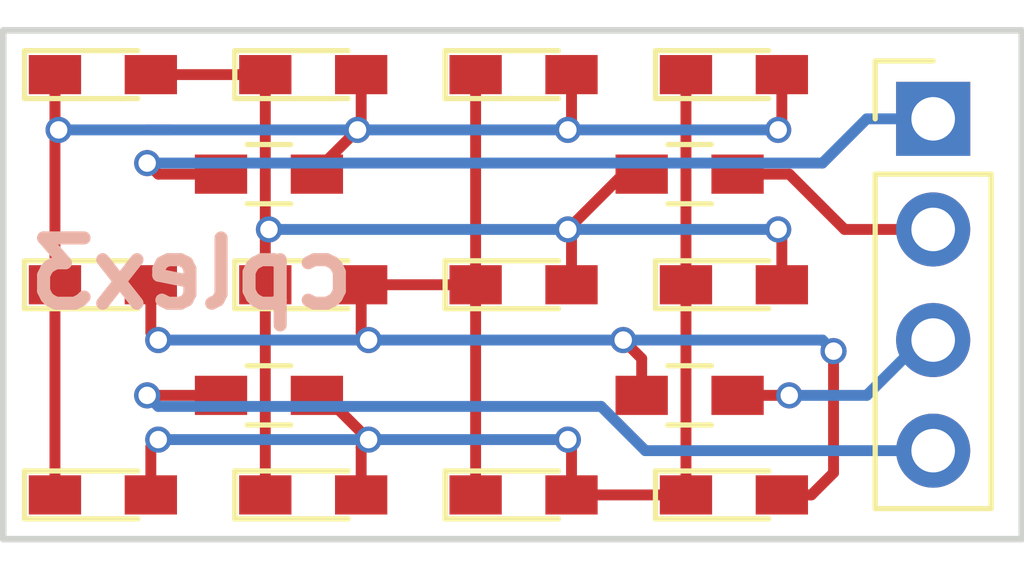
<source format=kicad_pcb>
(kicad_pcb (version 4) (host pcbnew 4.0.7-e2-6376~58~ubuntu16.04.1)

  (general
    (links 0)
    (no_connects 0)
    (area 0 0 0 0)
    (thickness 1.6)
    (drawings 5)
    (tracks 94)
    (zones 0)
    (modules 17)
    (nets 1)
  )

  (page A4)
  (layers
    (0 F.Cu signal)
    (31 B.Cu signal)
    (32 B.Adhes user)
    (33 F.Adhes user)
    (34 B.Paste user)
    (35 F.Paste user)
    (36 B.SilkS user)
    (37 F.SilkS user)
    (38 B.Mask user)
    (39 F.Mask user)
    (40 Dwgs.User user)
    (41 Cmts.User user)
    (42 Eco1.User user)
    (43 Eco2.User user)
    (44 Edge.Cuts user)
    (45 Margin user)
    (46 B.CrtYd user)
    (47 F.CrtYd user)
    (48 B.Fab user)
    (49 F.Fab user)
  )

  (setup
    (last_trace_width 0.25)
    (trace_clearance 0.2)
    (zone_clearance 0.508)
    (zone_45_only no)
    (trace_min 0.2)
    (segment_width 0.2)
    (edge_width 0.15)
    (via_size 0.6)
    (via_drill 0.4)
    (via_min_size 0.4)
    (via_min_drill 0.3)
    (uvia_size 0.3)
    (uvia_drill 0.1)
    (uvias_allowed no)
    (uvia_min_size 0.2)
    (uvia_min_drill 0.1)
    (pcb_text_width 0.3)
    (pcb_text_size 1.5 1.5)
    (mod_edge_width 0.15)
    (mod_text_size 1 1)
    (mod_text_width 0.15)
    (pad_size 1.524 1.524)
    (pad_drill 0.762)
    (pad_to_mask_clearance 0.2)
    (aux_axis_origin 0 0)
    (visible_elements FFFFF77F)
    (pcbplotparams
      (layerselection 0x00030_80000001)
      (usegerberextensions false)
      (excludeedgelayer true)
      (linewidth 0.150000)
      (plotframeref false)
      (viasonmask false)
      (mode 1)
      (useauxorigin false)
      (hpglpennumber 1)
      (hpglpenspeed 20)
      (hpglpendiameter 15)
      (hpglpenoverlay 2)
      (psnegative false)
      (psa4output false)
      (plotreference true)
      (plotvalue true)
      (plotinvisibletext false)
      (padsonsilk false)
      (subtractmaskfromsilk false)
      (outputformat 1)
      (mirror false)
      (drillshape 1)
      (scaleselection 1)
      (outputdirectory ""))
  )

  (net 0 "")

  (net_class Default "This is the default net class."
    (clearance 0.2)
    (trace_width 0.25)
    (via_dia 0.6)
    (via_drill 0.4)
    (uvia_dia 0.3)
    (uvia_drill 0.1)
  )

  (module LEDs:LED_0603_HandSoldering (layer F.Cu) (tedit 5A83A8ED) (tstamp 5A8943B0)
    (at 163.83 89.916)
    (descr "LED SMD 0603, hand soldering")
    (tags "LED 0603")
    (attr smd)
    (fp_text reference "" (at 0 -1.45) (layer F.SilkS)
      (effects (font (size 1 1) (thickness 0.15)))
    )
    (fp_text value "" (at 0 1.55) (layer F.Fab)
      (effects (font (size 1 1) (thickness 0.15)))
    )
    (fp_line (start -1.8 -0.55) (end -1.8 0.55) (layer F.SilkS) (width 0.12))
    (fp_line (start -0.2 -0.2) (end -0.2 0.2) (layer F.Fab) (width 0.1))
    (fp_line (start -0.15 0) (end 0.15 -0.2) (layer F.Fab) (width 0.1))
    (fp_line (start 0.15 0.2) (end -0.15 0) (layer F.Fab) (width 0.1))
    (fp_line (start 0.15 -0.2) (end 0.15 0.2) (layer F.Fab) (width 0.1))
    (fp_line (start 0.8 0.4) (end -0.8 0.4) (layer F.Fab) (width 0.1))
    (fp_line (start 0.8 -0.4) (end 0.8 0.4) (layer F.Fab) (width 0.1))
    (fp_line (start -0.8 -0.4) (end 0.8 -0.4) (layer F.Fab) (width 0.1))
    (fp_line (start -1.8 0.55) (end 0.8 0.55) (layer F.SilkS) (width 0.12))
    (fp_line (start -1.8 -0.55) (end 0.8 -0.55) (layer F.SilkS) (width 0.12))
    (fp_line (start -1.96 -0.7) (end 1.95 -0.7) (layer F.CrtYd) (width 0.05))
    (fp_line (start -1.96 -0.7) (end -1.96 0.7) (layer F.CrtYd) (width 0.05))
    (fp_line (start 1.95 0.7) (end 1.95 -0.7) (layer F.CrtYd) (width 0.05))
    (fp_line (start 1.95 0.7) (end -1.96 0.7) (layer F.CrtYd) (width 0.05))
    (fp_line (start -0.8 -0.4) (end -0.8 0.4) (layer F.Fab) (width 0.1))
    (pad 1 smd rect (at -1.1 0) (size 1.2 0.9) (layers F.Cu F.Paste F.Mask))
    (pad 2 smd rect (at 1.1 0) (size 1.2 0.9) (layers F.Cu F.Paste F.Mask))
    (model ${KISYS3DMOD}/LEDs.3dshapes/LED_0603.wrl
      (at (xyz 0 0 0))
      (scale (xyz 1 1 1))
      (rotate (xyz 0 0 180))
    )
  )

  (module LEDs:LED_0603_HandSoldering (layer F.Cu) (tedit 5A83A8ED) (tstamp 5A89439B)
    (at 163.83 85.09)
    (descr "LED SMD 0603, hand soldering")
    (tags "LED 0603")
    (attr smd)
    (fp_text reference "" (at 0 -1.45) (layer F.SilkS)
      (effects (font (size 1 1) (thickness 0.15)))
    )
    (fp_text value "" (at 0 1.55) (layer F.Fab)
      (effects (font (size 1 1) (thickness 0.15)))
    )
    (fp_line (start -1.8 -0.55) (end -1.8 0.55) (layer F.SilkS) (width 0.12))
    (fp_line (start -0.2 -0.2) (end -0.2 0.2) (layer F.Fab) (width 0.1))
    (fp_line (start -0.15 0) (end 0.15 -0.2) (layer F.Fab) (width 0.1))
    (fp_line (start 0.15 0.2) (end -0.15 0) (layer F.Fab) (width 0.1))
    (fp_line (start 0.15 -0.2) (end 0.15 0.2) (layer F.Fab) (width 0.1))
    (fp_line (start 0.8 0.4) (end -0.8 0.4) (layer F.Fab) (width 0.1))
    (fp_line (start 0.8 -0.4) (end 0.8 0.4) (layer F.Fab) (width 0.1))
    (fp_line (start -0.8 -0.4) (end 0.8 -0.4) (layer F.Fab) (width 0.1))
    (fp_line (start -1.8 0.55) (end 0.8 0.55) (layer F.SilkS) (width 0.12))
    (fp_line (start -1.8 -0.55) (end 0.8 -0.55) (layer F.SilkS) (width 0.12))
    (fp_line (start -1.96 -0.7) (end 1.95 -0.7) (layer F.CrtYd) (width 0.05))
    (fp_line (start -1.96 -0.7) (end -1.96 0.7) (layer F.CrtYd) (width 0.05))
    (fp_line (start 1.95 0.7) (end 1.95 -0.7) (layer F.CrtYd) (width 0.05))
    (fp_line (start 1.95 0.7) (end -1.96 0.7) (layer F.CrtYd) (width 0.05))
    (fp_line (start -0.8 -0.4) (end -0.8 0.4) (layer F.Fab) (width 0.1))
    (pad 1 smd rect (at -1.1 0) (size 1.2 0.9) (layers F.Cu F.Paste F.Mask))
    (pad 2 smd rect (at 1.1 0) (size 1.2 0.9) (layers F.Cu F.Paste F.Mask))
    (model ${KISYS3DMOD}/LEDs.3dshapes/LED_0603.wrl
      (at (xyz 0 0 0))
      (scale (xyz 1 1 1))
      (rotate (xyz 0 0 180))
    )
  )

  (module LEDs:LED_0603_HandSoldering (layer F.Cu) (tedit 5A83A8ED) (tstamp 5A894386)
    (at 168.656 89.916)
    (descr "LED SMD 0603, hand soldering")
    (tags "LED 0603")
    (attr smd)
    (fp_text reference "" (at 0 -1.45) (layer F.SilkS)
      (effects (font (size 1 1) (thickness 0.15)))
    )
    (fp_text value "" (at 0 1.55) (layer F.Fab)
      (effects (font (size 1 1) (thickness 0.15)))
    )
    (fp_line (start -1.8 -0.55) (end -1.8 0.55) (layer F.SilkS) (width 0.12))
    (fp_line (start -0.2 -0.2) (end -0.2 0.2) (layer F.Fab) (width 0.1))
    (fp_line (start -0.15 0) (end 0.15 -0.2) (layer F.Fab) (width 0.1))
    (fp_line (start 0.15 0.2) (end -0.15 0) (layer F.Fab) (width 0.1))
    (fp_line (start 0.15 -0.2) (end 0.15 0.2) (layer F.Fab) (width 0.1))
    (fp_line (start 0.8 0.4) (end -0.8 0.4) (layer F.Fab) (width 0.1))
    (fp_line (start 0.8 -0.4) (end 0.8 0.4) (layer F.Fab) (width 0.1))
    (fp_line (start -0.8 -0.4) (end 0.8 -0.4) (layer F.Fab) (width 0.1))
    (fp_line (start -1.8 0.55) (end 0.8 0.55) (layer F.SilkS) (width 0.12))
    (fp_line (start -1.8 -0.55) (end 0.8 -0.55) (layer F.SilkS) (width 0.12))
    (fp_line (start -1.96 -0.7) (end 1.95 -0.7) (layer F.CrtYd) (width 0.05))
    (fp_line (start -1.96 -0.7) (end -1.96 0.7) (layer F.CrtYd) (width 0.05))
    (fp_line (start 1.95 0.7) (end 1.95 -0.7) (layer F.CrtYd) (width 0.05))
    (fp_line (start 1.95 0.7) (end -1.96 0.7) (layer F.CrtYd) (width 0.05))
    (fp_line (start -0.8 -0.4) (end -0.8 0.4) (layer F.Fab) (width 0.1))
    (pad 1 smd rect (at -1.1 0) (size 1.2 0.9) (layers F.Cu F.Paste F.Mask))
    (pad 2 smd rect (at 1.1 0) (size 1.2 0.9) (layers F.Cu F.Paste F.Mask))
    (model ${KISYS3DMOD}/LEDs.3dshapes/LED_0603.wrl
      (at (xyz 0 0 0))
      (scale (xyz 1 1 1))
      (rotate (xyz 0 0 180))
    )
  )

  (module LEDs:LED_0603_HandSoldering (layer F.Cu) (tedit 5A83A8ED) (tstamp 5A894371)
    (at 168.656 85.09)
    (descr "LED SMD 0603, hand soldering")
    (tags "LED 0603")
    (attr smd)
    (fp_text reference "" (at 0 -1.45) (layer F.SilkS)
      (effects (font (size 1 1) (thickness 0.15)))
    )
    (fp_text value "" (at 0 1.55) (layer F.Fab)
      (effects (font (size 1 1) (thickness 0.15)))
    )
    (fp_line (start -1.8 -0.55) (end -1.8 0.55) (layer F.SilkS) (width 0.12))
    (fp_line (start -0.2 -0.2) (end -0.2 0.2) (layer F.Fab) (width 0.1))
    (fp_line (start -0.15 0) (end 0.15 -0.2) (layer F.Fab) (width 0.1))
    (fp_line (start 0.15 0.2) (end -0.15 0) (layer F.Fab) (width 0.1))
    (fp_line (start 0.15 -0.2) (end 0.15 0.2) (layer F.Fab) (width 0.1))
    (fp_line (start 0.8 0.4) (end -0.8 0.4) (layer F.Fab) (width 0.1))
    (fp_line (start 0.8 -0.4) (end 0.8 0.4) (layer F.Fab) (width 0.1))
    (fp_line (start -0.8 -0.4) (end 0.8 -0.4) (layer F.Fab) (width 0.1))
    (fp_line (start -1.8 0.55) (end 0.8 0.55) (layer F.SilkS) (width 0.12))
    (fp_line (start -1.8 -0.55) (end 0.8 -0.55) (layer F.SilkS) (width 0.12))
    (fp_line (start -1.96 -0.7) (end 1.95 -0.7) (layer F.CrtYd) (width 0.05))
    (fp_line (start -1.96 -0.7) (end -1.96 0.7) (layer F.CrtYd) (width 0.05))
    (fp_line (start 1.95 0.7) (end 1.95 -0.7) (layer F.CrtYd) (width 0.05))
    (fp_line (start 1.95 0.7) (end -1.96 0.7) (layer F.CrtYd) (width 0.05))
    (fp_line (start -0.8 -0.4) (end -0.8 0.4) (layer F.Fab) (width 0.1))
    (pad 1 smd rect (at -1.1 0) (size 1.2 0.9) (layers F.Cu F.Paste F.Mask))
    (pad 2 smd rect (at 1.1 0) (size 1.2 0.9) (layers F.Cu F.Paste F.Mask))
    (model ${KISYS3DMOD}/LEDs.3dshapes/LED_0603.wrl
      (at (xyz 0 0 0))
      (scale (xyz 1 1 1))
      (rotate (xyz 0 0 180))
    )
  )

  (module LEDs:LED_0603_HandSoldering (layer F.Cu) (tedit 5A83A8ED) (tstamp 5A89435C)
    (at 163.83 80.264)
    (descr "LED SMD 0603, hand soldering")
    (tags "LED 0603")
    (attr smd)
    (fp_text reference "" (at 0 -1.45) (layer F.SilkS)
      (effects (font (size 1 1) (thickness 0.15)))
    )
    (fp_text value "" (at 0 1.55) (layer F.Fab)
      (effects (font (size 1 1) (thickness 0.15)))
    )
    (fp_line (start -1.8 -0.55) (end -1.8 0.55) (layer F.SilkS) (width 0.12))
    (fp_line (start -0.2 -0.2) (end -0.2 0.2) (layer F.Fab) (width 0.1))
    (fp_line (start -0.15 0) (end 0.15 -0.2) (layer F.Fab) (width 0.1))
    (fp_line (start 0.15 0.2) (end -0.15 0) (layer F.Fab) (width 0.1))
    (fp_line (start 0.15 -0.2) (end 0.15 0.2) (layer F.Fab) (width 0.1))
    (fp_line (start 0.8 0.4) (end -0.8 0.4) (layer F.Fab) (width 0.1))
    (fp_line (start 0.8 -0.4) (end 0.8 0.4) (layer F.Fab) (width 0.1))
    (fp_line (start -0.8 -0.4) (end 0.8 -0.4) (layer F.Fab) (width 0.1))
    (fp_line (start -1.8 0.55) (end 0.8 0.55) (layer F.SilkS) (width 0.12))
    (fp_line (start -1.8 -0.55) (end 0.8 -0.55) (layer F.SilkS) (width 0.12))
    (fp_line (start -1.96 -0.7) (end 1.95 -0.7) (layer F.CrtYd) (width 0.05))
    (fp_line (start -1.96 -0.7) (end -1.96 0.7) (layer F.CrtYd) (width 0.05))
    (fp_line (start 1.95 0.7) (end 1.95 -0.7) (layer F.CrtYd) (width 0.05))
    (fp_line (start 1.95 0.7) (end -1.96 0.7) (layer F.CrtYd) (width 0.05))
    (fp_line (start -0.8 -0.4) (end -0.8 0.4) (layer F.Fab) (width 0.1))
    (pad 1 smd rect (at -1.1 0) (size 1.2 0.9) (layers F.Cu F.Paste F.Mask))
    (pad 2 smd rect (at 1.1 0) (size 1.2 0.9) (layers F.Cu F.Paste F.Mask))
    (model ${KISYS3DMOD}/LEDs.3dshapes/LED_0603.wrl
      (at (xyz 0 0 0))
      (scale (xyz 1 1 1))
      (rotate (xyz 0 0 180))
    )
  )

  (module LEDs:LED_0603_HandSoldering (layer F.Cu) (tedit 5A83A8ED) (tstamp 5A894347)
    (at 168.656 80.264)
    (descr "LED SMD 0603, hand soldering")
    (tags "LED 0603")
    (attr smd)
    (fp_text reference "" (at 0 -1.45) (layer F.SilkS)
      (effects (font (size 1 1) (thickness 0.15)))
    )
    (fp_text value "" (at 0 1.55) (layer F.Fab)
      (effects (font (size 1 1) (thickness 0.15)))
    )
    (fp_line (start -1.8 -0.55) (end -1.8 0.55) (layer F.SilkS) (width 0.12))
    (fp_line (start -0.2 -0.2) (end -0.2 0.2) (layer F.Fab) (width 0.1))
    (fp_line (start -0.15 0) (end 0.15 -0.2) (layer F.Fab) (width 0.1))
    (fp_line (start 0.15 0.2) (end -0.15 0) (layer F.Fab) (width 0.1))
    (fp_line (start 0.15 -0.2) (end 0.15 0.2) (layer F.Fab) (width 0.1))
    (fp_line (start 0.8 0.4) (end -0.8 0.4) (layer F.Fab) (width 0.1))
    (fp_line (start 0.8 -0.4) (end 0.8 0.4) (layer F.Fab) (width 0.1))
    (fp_line (start -0.8 -0.4) (end 0.8 -0.4) (layer F.Fab) (width 0.1))
    (fp_line (start -1.8 0.55) (end 0.8 0.55) (layer F.SilkS) (width 0.12))
    (fp_line (start -1.8 -0.55) (end 0.8 -0.55) (layer F.SilkS) (width 0.12))
    (fp_line (start -1.96 -0.7) (end 1.95 -0.7) (layer F.CrtYd) (width 0.05))
    (fp_line (start -1.96 -0.7) (end -1.96 0.7) (layer F.CrtYd) (width 0.05))
    (fp_line (start 1.95 0.7) (end 1.95 -0.7) (layer F.CrtYd) (width 0.05))
    (fp_line (start 1.95 0.7) (end -1.96 0.7) (layer F.CrtYd) (width 0.05))
    (fp_line (start -0.8 -0.4) (end -0.8 0.4) (layer F.Fab) (width 0.1))
    (pad 1 smd rect (at -1.1 0) (size 1.2 0.9) (layers F.Cu F.Paste F.Mask))
    (pad 2 smd rect (at 1.1 0) (size 1.2 0.9) (layers F.Cu F.Paste F.Mask))
    (model ${KISYS3DMOD}/LEDs.3dshapes/LED_0603.wrl
      (at (xyz 0 0 0))
      (scale (xyz 1 1 1))
      (rotate (xyz 0 0 180))
    )
  )

  (module LEDs:LED_0603_HandSoldering (layer F.Cu) (tedit 5A83A8ED) (tstamp 5A894332)
    (at 173.482 89.916)
    (descr "LED SMD 0603, hand soldering")
    (tags "LED 0603")
    (attr smd)
    (fp_text reference "" (at 0 -1.45) (layer F.SilkS)
      (effects (font (size 1 1) (thickness 0.15)))
    )
    (fp_text value "" (at 0 1.55) (layer F.Fab)
      (effects (font (size 1 1) (thickness 0.15)))
    )
    (fp_line (start -1.8 -0.55) (end -1.8 0.55) (layer F.SilkS) (width 0.12))
    (fp_line (start -0.2 -0.2) (end -0.2 0.2) (layer F.Fab) (width 0.1))
    (fp_line (start -0.15 0) (end 0.15 -0.2) (layer F.Fab) (width 0.1))
    (fp_line (start 0.15 0.2) (end -0.15 0) (layer F.Fab) (width 0.1))
    (fp_line (start 0.15 -0.2) (end 0.15 0.2) (layer F.Fab) (width 0.1))
    (fp_line (start 0.8 0.4) (end -0.8 0.4) (layer F.Fab) (width 0.1))
    (fp_line (start 0.8 -0.4) (end 0.8 0.4) (layer F.Fab) (width 0.1))
    (fp_line (start -0.8 -0.4) (end 0.8 -0.4) (layer F.Fab) (width 0.1))
    (fp_line (start -1.8 0.55) (end 0.8 0.55) (layer F.SilkS) (width 0.12))
    (fp_line (start -1.8 -0.55) (end 0.8 -0.55) (layer F.SilkS) (width 0.12))
    (fp_line (start -1.96 -0.7) (end 1.95 -0.7) (layer F.CrtYd) (width 0.05))
    (fp_line (start -1.96 -0.7) (end -1.96 0.7) (layer F.CrtYd) (width 0.05))
    (fp_line (start 1.95 0.7) (end 1.95 -0.7) (layer F.CrtYd) (width 0.05))
    (fp_line (start 1.95 0.7) (end -1.96 0.7) (layer F.CrtYd) (width 0.05))
    (fp_line (start -0.8 -0.4) (end -0.8 0.4) (layer F.Fab) (width 0.1))
    (pad 1 smd rect (at -1.1 0) (size 1.2 0.9) (layers F.Cu F.Paste F.Mask))
    (pad 2 smd rect (at 1.1 0) (size 1.2 0.9) (layers F.Cu F.Paste F.Mask))
    (model ${KISYS3DMOD}/LEDs.3dshapes/LED_0603.wrl
      (at (xyz 0 0 0))
      (scale (xyz 1 1 1))
      (rotate (xyz 0 0 180))
    )
  )

  (module LEDs:LED_0603_HandSoldering (layer F.Cu) (tedit 5A83A8ED) (tstamp 5A89431D)
    (at 173.482 85.09)
    (descr "LED SMD 0603, hand soldering")
    (tags "LED 0603")
    (attr smd)
    (fp_text reference "" (at 0 -1.45) (layer F.SilkS)
      (effects (font (size 1 1) (thickness 0.15)))
    )
    (fp_text value "" (at 0 1.55) (layer F.Fab)
      (effects (font (size 1 1) (thickness 0.15)))
    )
    (fp_line (start -1.8 -0.55) (end -1.8 0.55) (layer F.SilkS) (width 0.12))
    (fp_line (start -0.2 -0.2) (end -0.2 0.2) (layer F.Fab) (width 0.1))
    (fp_line (start -0.15 0) (end 0.15 -0.2) (layer F.Fab) (width 0.1))
    (fp_line (start 0.15 0.2) (end -0.15 0) (layer F.Fab) (width 0.1))
    (fp_line (start 0.15 -0.2) (end 0.15 0.2) (layer F.Fab) (width 0.1))
    (fp_line (start 0.8 0.4) (end -0.8 0.4) (layer F.Fab) (width 0.1))
    (fp_line (start 0.8 -0.4) (end 0.8 0.4) (layer F.Fab) (width 0.1))
    (fp_line (start -0.8 -0.4) (end 0.8 -0.4) (layer F.Fab) (width 0.1))
    (fp_line (start -1.8 0.55) (end 0.8 0.55) (layer F.SilkS) (width 0.12))
    (fp_line (start -1.8 -0.55) (end 0.8 -0.55) (layer F.SilkS) (width 0.12))
    (fp_line (start -1.96 -0.7) (end 1.95 -0.7) (layer F.CrtYd) (width 0.05))
    (fp_line (start -1.96 -0.7) (end -1.96 0.7) (layer F.CrtYd) (width 0.05))
    (fp_line (start 1.95 0.7) (end 1.95 -0.7) (layer F.CrtYd) (width 0.05))
    (fp_line (start 1.95 0.7) (end -1.96 0.7) (layer F.CrtYd) (width 0.05))
    (fp_line (start -0.8 -0.4) (end -0.8 0.4) (layer F.Fab) (width 0.1))
    (pad 1 smd rect (at -1.1 0) (size 1.2 0.9) (layers F.Cu F.Paste F.Mask))
    (pad 2 smd rect (at 1.1 0) (size 1.2 0.9) (layers F.Cu F.Paste F.Mask))
    (model ${KISYS3DMOD}/LEDs.3dshapes/LED_0603.wrl
      (at (xyz 0 0 0))
      (scale (xyz 1 1 1))
      (rotate (xyz 0 0 180))
    )
  )

  (module LEDs:LED_0603_HandSoldering (layer F.Cu) (tedit 5A83A8ED) (tstamp 5A894308)
    (at 173.482 80.264)
    (descr "LED SMD 0603, hand soldering")
    (tags "LED 0603")
    (attr smd)
    (fp_text reference "" (at 0 -1.45) (layer F.SilkS)
      (effects (font (size 1 1) (thickness 0.15)))
    )
    (fp_text value "" (at 0 1.55) (layer F.Fab)
      (effects (font (size 1 1) (thickness 0.15)))
    )
    (fp_line (start -1.8 -0.55) (end -1.8 0.55) (layer F.SilkS) (width 0.12))
    (fp_line (start -0.2 -0.2) (end -0.2 0.2) (layer F.Fab) (width 0.1))
    (fp_line (start -0.15 0) (end 0.15 -0.2) (layer F.Fab) (width 0.1))
    (fp_line (start 0.15 0.2) (end -0.15 0) (layer F.Fab) (width 0.1))
    (fp_line (start 0.15 -0.2) (end 0.15 0.2) (layer F.Fab) (width 0.1))
    (fp_line (start 0.8 0.4) (end -0.8 0.4) (layer F.Fab) (width 0.1))
    (fp_line (start 0.8 -0.4) (end 0.8 0.4) (layer F.Fab) (width 0.1))
    (fp_line (start -0.8 -0.4) (end 0.8 -0.4) (layer F.Fab) (width 0.1))
    (fp_line (start -1.8 0.55) (end 0.8 0.55) (layer F.SilkS) (width 0.12))
    (fp_line (start -1.8 -0.55) (end 0.8 -0.55) (layer F.SilkS) (width 0.12))
    (fp_line (start -1.96 -0.7) (end 1.95 -0.7) (layer F.CrtYd) (width 0.05))
    (fp_line (start -1.96 -0.7) (end -1.96 0.7) (layer F.CrtYd) (width 0.05))
    (fp_line (start 1.95 0.7) (end 1.95 -0.7) (layer F.CrtYd) (width 0.05))
    (fp_line (start 1.95 0.7) (end -1.96 0.7) (layer F.CrtYd) (width 0.05))
    (fp_line (start -0.8 -0.4) (end -0.8 0.4) (layer F.Fab) (width 0.1))
    (pad 1 smd rect (at -1.1 0) (size 1.2 0.9) (layers F.Cu F.Paste F.Mask))
    (pad 2 smd rect (at 1.1 0) (size 1.2 0.9) (layers F.Cu F.Paste F.Mask))
    (model ${KISYS3DMOD}/LEDs.3dshapes/LED_0603.wrl
      (at (xyz 0 0 0))
      (scale (xyz 1 1 1))
      (rotate (xyz 0 0 180))
    )
  )

  (module LEDs:LED_0603_HandSoldering (layer F.Cu) (tedit 5A83A8ED) (tstamp 5A8942CA)
    (at 178.308 89.916)
    (descr "LED SMD 0603, hand soldering")
    (tags "LED 0603")
    (attr smd)
    (fp_text reference "" (at 0 -1.45) (layer F.SilkS)
      (effects (font (size 1 1) (thickness 0.15)))
    )
    (fp_text value "" (at 0 1.55) (layer F.Fab)
      (effects (font (size 1 1) (thickness 0.15)))
    )
    (fp_line (start -1.8 -0.55) (end -1.8 0.55) (layer F.SilkS) (width 0.12))
    (fp_line (start -0.2 -0.2) (end -0.2 0.2) (layer F.Fab) (width 0.1))
    (fp_line (start -0.15 0) (end 0.15 -0.2) (layer F.Fab) (width 0.1))
    (fp_line (start 0.15 0.2) (end -0.15 0) (layer F.Fab) (width 0.1))
    (fp_line (start 0.15 -0.2) (end 0.15 0.2) (layer F.Fab) (width 0.1))
    (fp_line (start 0.8 0.4) (end -0.8 0.4) (layer F.Fab) (width 0.1))
    (fp_line (start 0.8 -0.4) (end 0.8 0.4) (layer F.Fab) (width 0.1))
    (fp_line (start -0.8 -0.4) (end 0.8 -0.4) (layer F.Fab) (width 0.1))
    (fp_line (start -1.8 0.55) (end 0.8 0.55) (layer F.SilkS) (width 0.12))
    (fp_line (start -1.8 -0.55) (end 0.8 -0.55) (layer F.SilkS) (width 0.12))
    (fp_line (start -1.96 -0.7) (end 1.95 -0.7) (layer F.CrtYd) (width 0.05))
    (fp_line (start -1.96 -0.7) (end -1.96 0.7) (layer F.CrtYd) (width 0.05))
    (fp_line (start 1.95 0.7) (end 1.95 -0.7) (layer F.CrtYd) (width 0.05))
    (fp_line (start 1.95 0.7) (end -1.96 0.7) (layer F.CrtYd) (width 0.05))
    (fp_line (start -0.8 -0.4) (end -0.8 0.4) (layer F.Fab) (width 0.1))
    (pad 1 smd rect (at -1.1 0) (size 1.2 0.9) (layers F.Cu F.Paste F.Mask))
    (pad 2 smd rect (at 1.1 0) (size 1.2 0.9) (layers F.Cu F.Paste F.Mask))
    (model ${KISYS3DMOD}/LEDs.3dshapes/LED_0603.wrl
      (at (xyz 0 0 0))
      (scale (xyz 1 1 1))
      (rotate (xyz 0 0 180))
    )
  )

  (module LEDs:LED_0603_HandSoldering (layer F.Cu) (tedit 5A83A8ED) (tstamp 5A8942B3)
    (at 178.308 85.09)
    (descr "LED SMD 0603, hand soldering")
    (tags "LED 0603")
    (attr smd)
    (fp_text reference "" (at 0 -1.45) (layer F.SilkS)
      (effects (font (size 1 1) (thickness 0.15)))
    )
    (fp_text value "" (at 0 1.55) (layer F.Fab)
      (effects (font (size 1 1) (thickness 0.15)))
    )
    (fp_line (start -1.8 -0.55) (end -1.8 0.55) (layer F.SilkS) (width 0.12))
    (fp_line (start -0.2 -0.2) (end -0.2 0.2) (layer F.Fab) (width 0.1))
    (fp_line (start -0.15 0) (end 0.15 -0.2) (layer F.Fab) (width 0.1))
    (fp_line (start 0.15 0.2) (end -0.15 0) (layer F.Fab) (width 0.1))
    (fp_line (start 0.15 -0.2) (end 0.15 0.2) (layer F.Fab) (width 0.1))
    (fp_line (start 0.8 0.4) (end -0.8 0.4) (layer F.Fab) (width 0.1))
    (fp_line (start 0.8 -0.4) (end 0.8 0.4) (layer F.Fab) (width 0.1))
    (fp_line (start -0.8 -0.4) (end 0.8 -0.4) (layer F.Fab) (width 0.1))
    (fp_line (start -1.8 0.55) (end 0.8 0.55) (layer F.SilkS) (width 0.12))
    (fp_line (start -1.8 -0.55) (end 0.8 -0.55) (layer F.SilkS) (width 0.12))
    (fp_line (start -1.96 -0.7) (end 1.95 -0.7) (layer F.CrtYd) (width 0.05))
    (fp_line (start -1.96 -0.7) (end -1.96 0.7) (layer F.CrtYd) (width 0.05))
    (fp_line (start 1.95 0.7) (end 1.95 -0.7) (layer F.CrtYd) (width 0.05))
    (fp_line (start 1.95 0.7) (end -1.96 0.7) (layer F.CrtYd) (width 0.05))
    (fp_line (start -0.8 -0.4) (end -0.8 0.4) (layer F.Fab) (width 0.1))
    (pad 1 smd rect (at -1.1 0) (size 1.2 0.9) (layers F.Cu F.Paste F.Mask))
    (pad 2 smd rect (at 1.1 0) (size 1.2 0.9) (layers F.Cu F.Paste F.Mask))
    (model ${KISYS3DMOD}/LEDs.3dshapes/LED_0603.wrl
      (at (xyz 0 0 0))
      (scale (xyz 1 1 1))
      (rotate (xyz 0 0 180))
    )
  )

  (module Pin_Headers:Pin_Header_Straight_1x04_Pitch2.54mm (layer F.Cu) (tedit 5A83A673) (tstamp 5A866D34)
    (at 182.88 81.28)
    (descr "Through hole straight pin header, 1x04, 2.54mm pitch, single row")
    (tags "Through hole pin header THT 1x04 2.54mm single row")
    (fp_text reference "" (at 0 -2.33) (layer F.SilkS)
      (effects (font (size 1 1) (thickness 0.15)))
    )
    (fp_text value "" (at 0 9.95) (layer F.Fab)
      (effects (font (size 1 1) (thickness 0.15)))
    )
    (fp_line (start -0.635 -1.27) (end 1.27 -1.27) (layer F.Fab) (width 0.1))
    (fp_line (start 1.27 -1.27) (end 1.27 8.89) (layer F.Fab) (width 0.1))
    (fp_line (start 1.27 8.89) (end -1.27 8.89) (layer F.Fab) (width 0.1))
    (fp_line (start -1.27 8.89) (end -1.27 -0.635) (layer F.Fab) (width 0.1))
    (fp_line (start -1.27 -0.635) (end -0.635 -1.27) (layer F.Fab) (width 0.1))
    (fp_line (start -1.33 8.95) (end 1.33 8.95) (layer F.SilkS) (width 0.12))
    (fp_line (start -1.33 1.27) (end -1.33 8.95) (layer F.SilkS) (width 0.12))
    (fp_line (start 1.33 1.27) (end 1.33 8.95) (layer F.SilkS) (width 0.12))
    (fp_line (start -1.33 1.27) (end 1.33 1.27) (layer F.SilkS) (width 0.12))
    (fp_line (start -1.33 0) (end -1.33 -1.33) (layer F.SilkS) (width 0.12))
    (fp_line (start -1.33 -1.33) (end 0 -1.33) (layer F.SilkS) (width 0.12))
    (fp_line (start -1.8 -1.8) (end -1.8 9.4) (layer F.CrtYd) (width 0.05))
    (fp_line (start -1.8 9.4) (end 1.8 9.4) (layer F.CrtYd) (width 0.05))
    (fp_line (start 1.8 9.4) (end 1.8 -1.8) (layer F.CrtYd) (width 0.05))
    (fp_line (start 1.8 -1.8) (end -1.8 -1.8) (layer F.CrtYd) (width 0.05))
    (fp_text user %R (at 0 3.81 90) (layer F.Fab)
      (effects (font (size 1 1) (thickness 0.15)))
    )
    (pad 1 thru_hole rect (at 0 0) (size 1.7 1.7) (drill 1) (layers *.Cu *.Mask))
    (pad 2 thru_hole oval (at 0 2.54) (size 1.7 1.7) (drill 1) (layers *.Cu *.Mask))
    (pad 3 thru_hole oval (at 0 5.08) (size 1.7 1.7) (drill 1) (layers *.Cu *.Mask))
    (pad 4 thru_hole oval (at 0 7.62) (size 1.7 1.7) (drill 1) (layers *.Cu *.Mask))
    (model ${KISYS3DMOD}/Pin_Headers.3dshapes/Pin_Header_Straight_1x04_Pitch2.54mm.wrl
      (at (xyz 0 0 0))
      (scale (xyz 1 1 1))
      (rotate (xyz 0 0 0))
    )
  )

  (module LEDs:LED_0603_HandSoldering (layer F.Cu) (tedit 5A83A8ED) (tstamp 5A894261)
    (at 178.308 80.264)
    (descr "LED SMD 0603, hand soldering")
    (tags "LED 0603")
    (attr smd)
    (fp_text reference "" (at 0 -1.45) (layer F.SilkS)
      (effects (font (size 1 1) (thickness 0.15)))
    )
    (fp_text value "" (at 0 1.55) (layer F.Fab)
      (effects (font (size 1 1) (thickness 0.15)))
    )
    (fp_line (start -1.8 -0.55) (end -1.8 0.55) (layer F.SilkS) (width 0.12))
    (fp_line (start -0.2 -0.2) (end -0.2 0.2) (layer F.Fab) (width 0.1))
    (fp_line (start -0.15 0) (end 0.15 -0.2) (layer F.Fab) (width 0.1))
    (fp_line (start 0.15 0.2) (end -0.15 0) (layer F.Fab) (width 0.1))
    (fp_line (start 0.15 -0.2) (end 0.15 0.2) (layer F.Fab) (width 0.1))
    (fp_line (start 0.8 0.4) (end -0.8 0.4) (layer F.Fab) (width 0.1))
    (fp_line (start 0.8 -0.4) (end 0.8 0.4) (layer F.Fab) (width 0.1))
    (fp_line (start -0.8 -0.4) (end 0.8 -0.4) (layer F.Fab) (width 0.1))
    (fp_line (start -1.8 0.55) (end 0.8 0.55) (layer F.SilkS) (width 0.12))
    (fp_line (start -1.8 -0.55) (end 0.8 -0.55) (layer F.SilkS) (width 0.12))
    (fp_line (start -1.96 -0.7) (end 1.95 -0.7) (layer F.CrtYd) (width 0.05))
    (fp_line (start -1.96 -0.7) (end -1.96 0.7) (layer F.CrtYd) (width 0.05))
    (fp_line (start 1.95 0.7) (end 1.95 -0.7) (layer F.CrtYd) (width 0.05))
    (fp_line (start 1.95 0.7) (end -1.96 0.7) (layer F.CrtYd) (width 0.05))
    (fp_line (start -0.8 -0.4) (end -0.8 0.4) (layer F.Fab) (width 0.1))
    (pad 1 smd rect (at -1.1 0) (size 1.2 0.9) (layers F.Cu F.Paste F.Mask))
    (pad 2 smd rect (at 1.1 0) (size 1.2 0.9) (layers F.Cu F.Paste F.Mask))
    (model ${KISYS3DMOD}/LEDs.3dshapes/LED_0603.wrl
      (at (xyz 0 0 0))
      (scale (xyz 1 1 1))
      (rotate (xyz 0 0 180))
    )
  )

  (module Resistors_SMD:R_0603_HandSoldering (layer F.Cu) (tedit 58E0A804) (tstamp 5A894430)
    (at 177.292 82.55)
    (descr "Resistor SMD 0603, hand soldering")
    (tags "resistor 0603")
    (attr smd)
    (fp_text reference "" (at 0 -1.45) (layer F.SilkS)
      (effects (font (size 1 1) (thickness 0.15)))
    )
    (fp_text value "" (at 0 1.55) (layer F.Fab)
      (effects (font (size 1 1) (thickness 0.15)))
    )
    (fp_text user %R (at 0 0) (layer F.Fab)
      (effects (font (size 0.4 0.4) (thickness 0.075)))
    )
    (fp_line (start -0.8 0.4) (end -0.8 -0.4) (layer F.Fab) (width 0.1))
    (fp_line (start 0.8 0.4) (end -0.8 0.4) (layer F.Fab) (width 0.1))
    (fp_line (start 0.8 -0.4) (end 0.8 0.4) (layer F.Fab) (width 0.1))
    (fp_line (start -0.8 -0.4) (end 0.8 -0.4) (layer F.Fab) (width 0.1))
    (fp_line (start 0.5 0.68) (end -0.5 0.68) (layer F.SilkS) (width 0.12))
    (fp_line (start -0.5 -0.68) (end 0.5 -0.68) (layer F.SilkS) (width 0.12))
    (fp_line (start -1.96 -0.7) (end 1.95 -0.7) (layer F.CrtYd) (width 0.05))
    (fp_line (start -1.96 -0.7) (end -1.96 0.7) (layer F.CrtYd) (width 0.05))
    (fp_line (start 1.95 0.7) (end 1.95 -0.7) (layer F.CrtYd) (width 0.05))
    (fp_line (start 1.95 0.7) (end -1.96 0.7) (layer F.CrtYd) (width 0.05))
    (pad 1 smd rect (at -1.1 0) (size 1.2 0.9) (layers F.Cu F.Paste F.Mask))
    (pad 2 smd rect (at 1.1 0) (size 1.2 0.9) (layers F.Cu F.Paste F.Mask))
    (model ${KISYS3DMOD}/Resistors_SMD.3dshapes/R_0603.wrl
      (at (xyz 0 0 0))
      (scale (xyz 1 1 1))
      (rotate (xyz 0 0 0))
    )
  )

  (module Resistors_SMD:R_0603_HandSoldering (layer F.Cu) (tedit 58E0A804) (tstamp 5A8944ED)
    (at 167.64 82.55)
    (descr "Resistor SMD 0603, hand soldering")
    (tags "resistor 0603")
    (attr smd)
    (fp_text reference "" (at 0 -1.45) (layer F.SilkS)
      (effects (font (size 1 1) (thickness 0.15)))
    )
    (fp_text value "" (at 0 1.55) (layer F.Fab)
      (effects (font (size 1 1) (thickness 0.15)))
    )
    (fp_text user %R (at 0 0) (layer F.Fab)
      (effects (font (size 0.4 0.4) (thickness 0.075)))
    )
    (fp_line (start -0.8 0.4) (end -0.8 -0.4) (layer F.Fab) (width 0.1))
    (fp_line (start 0.8 0.4) (end -0.8 0.4) (layer F.Fab) (width 0.1))
    (fp_line (start 0.8 -0.4) (end 0.8 0.4) (layer F.Fab) (width 0.1))
    (fp_line (start -0.8 -0.4) (end 0.8 -0.4) (layer F.Fab) (width 0.1))
    (fp_line (start 0.5 0.68) (end -0.5 0.68) (layer F.SilkS) (width 0.12))
    (fp_line (start -0.5 -0.68) (end 0.5 -0.68) (layer F.SilkS) (width 0.12))
    (fp_line (start -1.96 -0.7) (end 1.95 -0.7) (layer F.CrtYd) (width 0.05))
    (fp_line (start -1.96 -0.7) (end -1.96 0.7) (layer F.CrtYd) (width 0.05))
    (fp_line (start 1.95 0.7) (end 1.95 -0.7) (layer F.CrtYd) (width 0.05))
    (fp_line (start 1.95 0.7) (end -1.96 0.7) (layer F.CrtYd) (width 0.05))
    (pad 1 smd rect (at -1.1 0) (size 1.2 0.9) (layers F.Cu F.Paste F.Mask))
    (pad 2 smd rect (at 1.1 0) (size 1.2 0.9) (layers F.Cu F.Paste F.Mask))
    (model ${KISYS3DMOD}/Resistors_SMD.3dshapes/R_0603.wrl
      (at (xyz 0 0 0))
      (scale (xyz 1 1 1))
      (rotate (xyz 0 0 0))
    )
  )

  (module Resistors_SMD:R_0603_HandSoldering (layer F.Cu) (tedit 58E0A804) (tstamp 5A894536)
    (at 177.292 87.63)
    (descr "Resistor SMD 0603, hand soldering")
    (tags "resistor 0603")
    (attr smd)
    (fp_text reference "" (at 0 -1.45) (layer F.SilkS)
      (effects (font (size 1 1) (thickness 0.15)))
    )
    (fp_text value "" (at 0 1.55) (layer F.Fab)
      (effects (font (size 1 1) (thickness 0.15)))
    )
    (fp_text user %R (at 0 0) (layer F.Fab)
      (effects (font (size 0.4 0.4) (thickness 0.075)))
    )
    (fp_line (start -0.8 0.4) (end -0.8 -0.4) (layer F.Fab) (width 0.1))
    (fp_line (start 0.8 0.4) (end -0.8 0.4) (layer F.Fab) (width 0.1))
    (fp_line (start 0.8 -0.4) (end 0.8 0.4) (layer F.Fab) (width 0.1))
    (fp_line (start -0.8 -0.4) (end 0.8 -0.4) (layer F.Fab) (width 0.1))
    (fp_line (start 0.5 0.68) (end -0.5 0.68) (layer F.SilkS) (width 0.12))
    (fp_line (start -0.5 -0.68) (end 0.5 -0.68) (layer F.SilkS) (width 0.12))
    (fp_line (start -1.96 -0.7) (end 1.95 -0.7) (layer F.CrtYd) (width 0.05))
    (fp_line (start -1.96 -0.7) (end -1.96 0.7) (layer F.CrtYd) (width 0.05))
    (fp_line (start 1.95 0.7) (end 1.95 -0.7) (layer F.CrtYd) (width 0.05))
    (fp_line (start 1.95 0.7) (end -1.96 0.7) (layer F.CrtYd) (width 0.05))
    (pad 1 smd rect (at -1.1 0) (size 1.2 0.9) (layers F.Cu F.Paste F.Mask))
    (pad 2 smd rect (at 1.1 0) (size 1.2 0.9) (layers F.Cu F.Paste F.Mask))
    (model ${KISYS3DMOD}/Resistors_SMD.3dshapes/R_0603.wrl
      (at (xyz 0 0 0))
      (scale (xyz 1 1 1))
      (rotate (xyz 0 0 0))
    )
  )

  (module Resistors_SMD:R_0603_HandSoldering (layer F.Cu) (tedit 58E0A804) (tstamp 5A89454B)
    (at 167.64 87.63)
    (descr "Resistor SMD 0603, hand soldering")
    (tags "resistor 0603")
    (attr smd)
    (fp_text reference "" (at 0 -1.45) (layer F.SilkS)
      (effects (font (size 1 1) (thickness 0.15)))
    )
    (fp_text value "" (at 0 1.55) (layer F.Fab)
      (effects (font (size 1 1) (thickness 0.15)))
    )
    (fp_text user %R (at 0 0) (layer F.Fab)
      (effects (font (size 0.4 0.4) (thickness 0.075)))
    )
    (fp_line (start -0.8 0.4) (end -0.8 -0.4) (layer F.Fab) (width 0.1))
    (fp_line (start 0.8 0.4) (end -0.8 0.4) (layer F.Fab) (width 0.1))
    (fp_line (start 0.8 -0.4) (end 0.8 0.4) (layer F.Fab) (width 0.1))
    (fp_line (start -0.8 -0.4) (end 0.8 -0.4) (layer F.Fab) (width 0.1))
    (fp_line (start 0.5 0.68) (end -0.5 0.68) (layer F.SilkS) (width 0.12))
    (fp_line (start -0.5 -0.68) (end 0.5 -0.68) (layer F.SilkS) (width 0.12))
    (fp_line (start -1.96 -0.7) (end 1.95 -0.7) (layer F.CrtYd) (width 0.05))
    (fp_line (start -1.96 -0.7) (end -1.96 0.7) (layer F.CrtYd) (width 0.05))
    (fp_line (start 1.95 0.7) (end 1.95 -0.7) (layer F.CrtYd) (width 0.05))
    (fp_line (start 1.95 0.7) (end -1.96 0.7) (layer F.CrtYd) (width 0.05))
    (pad 1 smd rect (at -1.1 0) (size 1.2 0.9) (layers F.Cu F.Paste F.Mask))
    (pad 2 smd rect (at 1.1 0) (size 1.2 0.9) (layers F.Cu F.Paste F.Mask))
    (model ${KISYS3DMOD}/Resistors_SMD.3dshapes/R_0603.wrl
      (at (xyz 0 0 0))
      (scale (xyz 1 1 1))
      (rotate (xyz 0 0 0))
    )
  )

  (gr_text cplex3 (at 165.862 84.836) (layer B.SilkS)
    (effects (font (size 1.5 1.5) (thickness 0.3)) (justify mirror))
  )
  (gr_line (start 161.544 79.248) (end 184.912 79.248) (angle 90) (layer Edge.Cuts) (width 0.15))
  (gr_line (start 161.544 90.932) (end 161.544 79.248) (angle 90) (layer Edge.Cuts) (width 0.15))
  (gr_line (start 184.912 90.932) (end 161.544 90.932) (angle 90) (layer Edge.Cuts) (width 0.15))
  (gr_line (start 184.912 79.248) (end 184.912 90.932) (angle 90) (layer Edge.Cuts) (width 0.15))

  (segment (start 174.582 89.916) (end 177.208 89.916) (width 0.25) (layer F.Cu) (net 0) (status C00000))
  (segment (start 182.88 81.28) (end 181.356 81.28) (width 0.25) (layer B.Cu) (net 0))
  (segment (start 165.1 82.55) (end 166.54 82.55) (width 0.25) (layer F.Cu) (net 0) (tstamp 5A8945C3))
  (segment (start 164.846 82.296) (end 165.1 82.55) (width 0.25) (layer F.Cu) (net 0) (tstamp 5A8945C2))
  (via (at 164.846 82.296) (size 0.6) (drill 0.4) (layers F.Cu B.Cu) (net 0))
  (segment (start 180.34 82.296) (end 164.846 82.296) (width 0.25) (layer B.Cu) (net 0) (tstamp 5A8945BF))
  (segment (start 181.356 81.28) (end 180.34 82.296) (width 0.25) (layer B.Cu) (net 0) (tstamp 5A8945BD))
  (segment (start 164.93 80.264) (end 167.556 80.264) (width 0.25) (layer F.Cu) (net 0))
  (segment (start 175.768 86.36) (end 180.34 86.36) (width 0.25) (layer B.Cu) (net 0))
  (segment (start 180.086 89.916) (end 179.408 89.916) (width 0.25) (layer F.Cu) (net 0) (tstamp 5A894599))
  (segment (start 180.594 89.408) (end 180.086 89.916) (width 0.25) (layer F.Cu) (net 0) (tstamp 5A894598))
  (segment (start 180.594 86.614) (end 180.594 89.408) (width 0.25) (layer F.Cu) (net 0) (tstamp 5A894597))
  (via (at 180.594 86.614) (size 0.6) (drill 0.4) (layers F.Cu B.Cu) (net 0))
  (segment (start 180.34 86.36) (end 180.594 86.614) (width 0.25) (layer B.Cu) (net 0) (tstamp 5A894595))
  (segment (start 176.192 87.63) (end 176.192 86.784) (width 0.25) (layer F.Cu) (net 0))
  (segment (start 175.768 86.36) (end 169.926 86.36) (width 0.25) (layer B.Cu) (net 0) (tstamp 5A89458E))
  (via (at 175.768 86.36) (size 0.6) (drill 0.4) (layers F.Cu B.Cu) (net 0))
  (segment (start 176.192 86.784) (end 175.768 86.36) (width 0.25) (layer F.Cu) (net 0) (tstamp 5A89458C))
  (segment (start 182.88 86.36) (end 182.626 86.36) (width 0.25) (layer B.Cu) (net 0))
  (segment (start 182.626 86.36) (end 181.356 87.63) (width 0.25) (layer B.Cu) (net 0) (tstamp 5A894585))
  (segment (start 181.356 87.63) (end 179.578 87.63) (width 0.25) (layer B.Cu) (net 0) (tstamp 5A894586))
  (via (at 179.578 87.63) (size 0.6) (drill 0.4) (layers F.Cu B.Cu) (net 0))
  (segment (start 179.578 87.63) (end 178.392 87.63) (width 0.25) (layer F.Cu) (net 0) (tstamp 5A894589))
  (segment (start 168.74 87.63) (end 168.91 87.63) (width 0.25) (layer F.Cu) (net 0))
  (segment (start 168.91 87.63) (end 169.926 88.646) (width 0.25) (layer F.Cu) (net 0) (tstamp 5A89457D))
  (segment (start 182.88 88.9) (end 176.276 88.9) (width 0.25) (layer B.Cu) (net 0))
  (segment (start 164.846 87.63) (end 166.54 87.63) (width 0.25) (layer F.Cu) (net 0) (tstamp 5A89457A))
  (via (at 164.846 87.63) (size 0.6) (drill 0.4) (layers F.Cu B.Cu) (net 0))
  (segment (start 165.1 87.884) (end 164.846 87.63) (width 0.25) (layer B.Cu) (net 0) (tstamp 5A894578))
  (segment (start 175.26 87.884) (end 165.1 87.884) (width 0.25) (layer B.Cu) (net 0) (tstamp 5A894576))
  (segment (start 176.276 88.9) (end 175.26 87.884) (width 0.25) (layer B.Cu) (net 0) (tstamp 5A894575))
  (segment (start 177.208 85.09) (end 177.208 89.916) (width 0.25) (layer F.Cu) (net 0))
  (segment (start 172.382 85.09) (end 172.382 89.916) (width 0.25) (layer F.Cu) (net 0))
  (segment (start 169.756 85.09) (end 172.382 85.09) (width 0.25) (layer F.Cu) (net 0))
  (segment (start 167.556 89.916) (end 167.556 85.09) (width 0.25) (layer F.Cu) (net 0))
  (segment (start 162.73 89.916) (end 162.73 85.09) (width 0.25) (layer F.Cu) (net 0))
  (segment (start 162.73 85.09) (end 162.73 80.264) (width 0.25) (layer F.Cu) (net 0) (tstamp 5A894529))
  (segment (start 168.74 82.55) (end 168.74 82.466) (width 0.25) (layer F.Cu) (net 0))
  (segment (start 168.74 82.466) (end 169.672 81.534) (width 0.25) (layer F.Cu) (net 0) (tstamp 5A894527))
  (segment (start 176.192 82.55) (end 175.768 82.55) (width 0.25) (layer F.Cu) (net 0))
  (segment (start 175.768 82.55) (end 174.498 83.82) (width 0.25) (layer F.Cu) (net 0) (tstamp 5A89451D))
  (segment (start 182.88 83.82) (end 180.848 83.82) (width 0.25) (layer F.Cu) (net 0))
  (segment (start 179.578 82.55) (end 178.392 82.55) (width 0.25) (layer F.Cu) (net 0) (tstamp 5A89451A))
  (segment (start 180.848 83.82) (end 179.578 82.55) (width 0.25) (layer F.Cu) (net 0) (tstamp 5A894519))
  (segment (start 174.582 89.916) (end 174.582 88.73) (width 0.25) (layer F.Cu) (net 0))
  (segment (start 174.498 88.646) (end 169.926 88.646) (width 0.25) (layer B.Cu) (net 0) (tstamp 5A89442A))
  (via (at 174.498 88.646) (size 0.6) (drill 0.4) (layers F.Cu B.Cu) (net 0))
  (segment (start 174.582 88.73) (end 174.498 88.646) (width 0.25) (layer F.Cu) (net 0) (tstamp 5A894428))
  (segment (start 164.93 89.916) (end 164.93 88.816) (width 0.25) (layer F.Cu) (net 0))
  (segment (start 169.756 88.816) (end 169.756 89.916) (width 0.25) (layer F.Cu) (net 0) (tstamp 5A894426))
  (segment (start 169.926 88.646) (end 169.756 88.816) (width 0.25) (layer F.Cu) (net 0) (tstamp 5A894425))
  (via (at 169.926 88.646) (size 0.6) (drill 0.4) (layers F.Cu B.Cu) (net 0))
  (segment (start 165.1 88.646) (end 169.926 88.646) (width 0.25) (layer B.Cu) (net 0) (tstamp 5A894422))
  (via (at 165.1 88.646) (size 0.6) (drill 0.4) (layers F.Cu B.Cu) (net 0))
  (segment (start 164.93 88.816) (end 165.1 88.646) (width 0.25) (layer F.Cu) (net 0) (tstamp 5A894420))
  (segment (start 169.756 85.09) (end 169.756 86.19) (width 0.25) (layer F.Cu) (net 0))
  (segment (start 164.93 86.19) (end 164.93 85.09) (width 0.25) (layer F.Cu) (net 0) (tstamp 5A89441C))
  (segment (start 165.1 86.36) (end 164.93 86.19) (width 0.25) (layer F.Cu) (net 0) (tstamp 5A89441B))
  (via (at 165.1 86.36) (size 0.6) (drill 0.4) (layers F.Cu B.Cu) (net 0))
  (segment (start 169.926 86.36) (end 165.1 86.36) (width 0.25) (layer B.Cu) (net 0) (tstamp 5A894418))
  (via (at 169.926 86.36) (size 0.6) (drill 0.4) (layers F.Cu B.Cu) (net 0))
  (segment (start 169.756 86.19) (end 169.926 86.36) (width 0.25) (layer F.Cu) (net 0) (tstamp 5A894416))
  (segment (start 172.382 80.264) (end 172.382 85.09) (width 0.25) (layer F.Cu) (net 0))
  (segment (start 167.556 80.264) (end 167.556 83.736) (width 0.25) (layer F.Cu) (net 0))
  (segment (start 167.556 83.736) (end 167.64 83.82) (width 0.25) (layer F.Cu) (net 0) (tstamp 5A894412))
  (segment (start 174.498 83.82) (end 167.64 83.82) (width 0.25) (layer B.Cu) (net 0))
  (segment (start 167.556 83.904) (end 167.556 85.09) (width 0.25) (layer F.Cu) (net 0) (tstamp 5A89440F))
  (segment (start 167.64 83.82) (end 167.556 83.904) (width 0.25) (layer F.Cu) (net 0) (tstamp 5A89440E))
  (via (at 167.64 83.82) (size 0.6) (drill 0.4) (layers F.Cu B.Cu) (net 0))
  (segment (start 179.408 85.09) (end 179.408 83.904) (width 0.25) (layer F.Cu) (net 0))
  (segment (start 174.582 83.904) (end 174.582 85.09) (width 0.25) (layer F.Cu) (net 0) (tstamp 5A8943FD))
  (segment (start 174.498 83.82) (end 174.582 83.904) (width 0.25) (layer F.Cu) (net 0) (tstamp 5A8943FC))
  (via (at 174.498 83.82) (size 0.6) (drill 0.4) (layers F.Cu B.Cu) (net 0))
  (segment (start 179.324 83.82) (end 174.498 83.82) (width 0.25) (layer B.Cu) (net 0) (tstamp 5A8943F9))
  (via (at 179.324 83.82) (size 0.6) (drill 0.4) (layers F.Cu B.Cu) (net 0))
  (segment (start 179.408 83.904) (end 179.324 83.82) (width 0.25) (layer F.Cu) (net 0) (tstamp 5A8943F7))
  (segment (start 177.208 80.264) (end 177.208 85.09) (width 0.25) (layer F.Cu) (net 0))
  (segment (start 162.73 80.264) (end 162.73 81.45) (width 0.25) (layer F.Cu) (net 0))
  (segment (start 162.814 81.534) (end 165.354 81.534) (width 0.25) (layer B.Cu) (net 0) (tstamp 5A8943F0))
  (via (at 162.814 81.534) (size 0.6) (drill 0.4) (layers F.Cu B.Cu) (net 0))
  (segment (start 162.73 81.45) (end 162.814 81.534) (width 0.25) (layer F.Cu) (net 0) (tstamp 5A8943EE))
  (segment (start 169.756 80.264) (end 169.756 81.45) (width 0.25) (layer F.Cu) (net 0))
  (via (at 169.672 81.534) (size 0.6) (drill 0.4) (layers F.Cu B.Cu) (net 0))
  (segment (start 169.756 81.45) (end 169.672 81.534) (width 0.25) (layer F.Cu) (net 0) (tstamp 5A8943E8))
  (segment (start 174.582 80.264) (end 174.582 81.45) (width 0.25) (layer F.Cu) (net 0))
  (via (at 174.498 81.534) (size 0.6) (drill 0.4) (layers F.Cu B.Cu) (net 0))
  (segment (start 174.582 81.45) (end 174.498 81.534) (width 0.25) (layer F.Cu) (net 0) (tstamp 5A8943E2))
  (segment (start 179.408 80.264) (end 179.408 81.45) (width 0.25) (layer F.Cu) (net 0))
  (segment (start 179.324 81.534) (end 174.498 81.534) (width 0.25) (layer B.Cu) (net 0) (tstamp 5A8943DF))
  (segment (start 174.498 81.534) (end 169.672 81.534) (width 0.25) (layer B.Cu) (net 0) (tstamp 5A8943E6))
  (segment (start 169.672 81.534) (end 165.354 81.534) (width 0.25) (layer B.Cu) (net 0) (tstamp 5A8943EC))
  (segment (start 165.354 81.534) (end 164.846 81.534) (width 0.25) (layer B.Cu) (net 0) (tstamp 5A8943F3))
  (via (at 179.324 81.534) (size 0.6) (drill 0.4) (layers F.Cu B.Cu) (net 0))
  (segment (start 179.408 81.45) (end 179.324 81.534) (width 0.25) (layer F.Cu) (net 0) (tstamp 5A8943DD))

)

</source>
